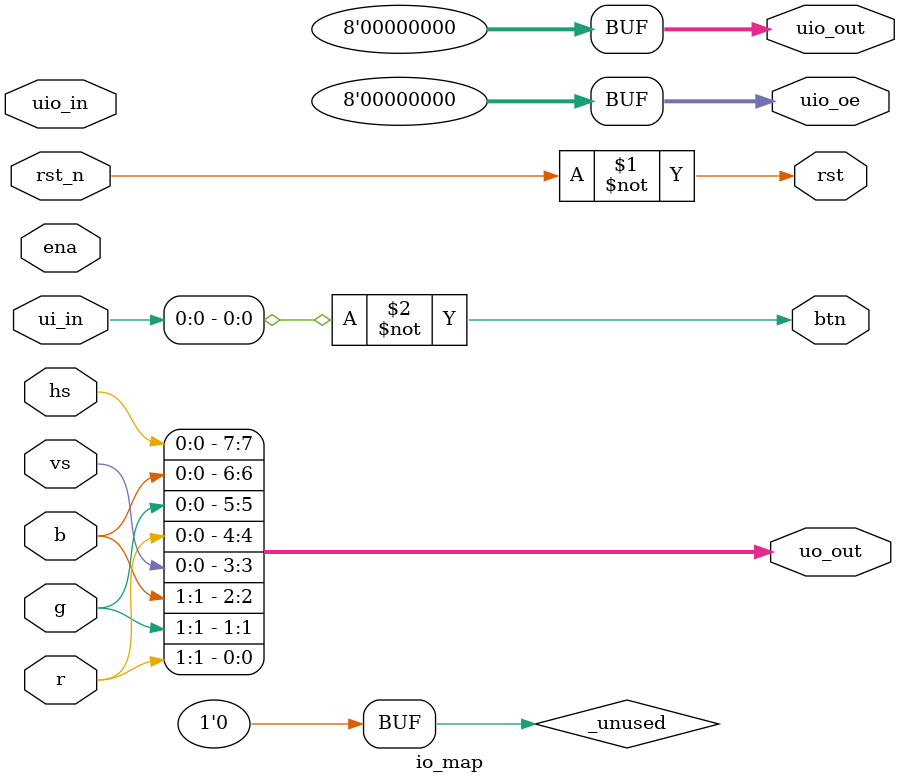
<source format=sv>
module io_map
( input  logic ena
, input  logic rst_n

, input  logic [7:0] ui_in
, output logic [7:0] uo_out
, input  logic [7:0] uio_in
, output logic [7:0] uio_out
, output logic [7:0] uio_oe

, output logic btn
, output logic rst

, input  logic [1:0] r, g, b
, input  logic hs, vs
);

    assign rst = ~rst_n;
    assign btn = ~ui_in[0];

    assign uo_out[2:0] = {b[1], g[1], r[1]};
    assign uo_out[6:4] = {b[0], g[0], r[0]};
    assign uo_out[3]   = vs;
    assign uo_out[7]   = hs;

    // Assign unused to 0.
    assign uio_out = 0;
    assign uio_oe  = 0;

     // List all unused inputs to prevent warnings
    logic _unused;

    assign _unused = &{ena, uio_in, ui_in[7:1], 1'b0};

endmodule : io_map

</source>
